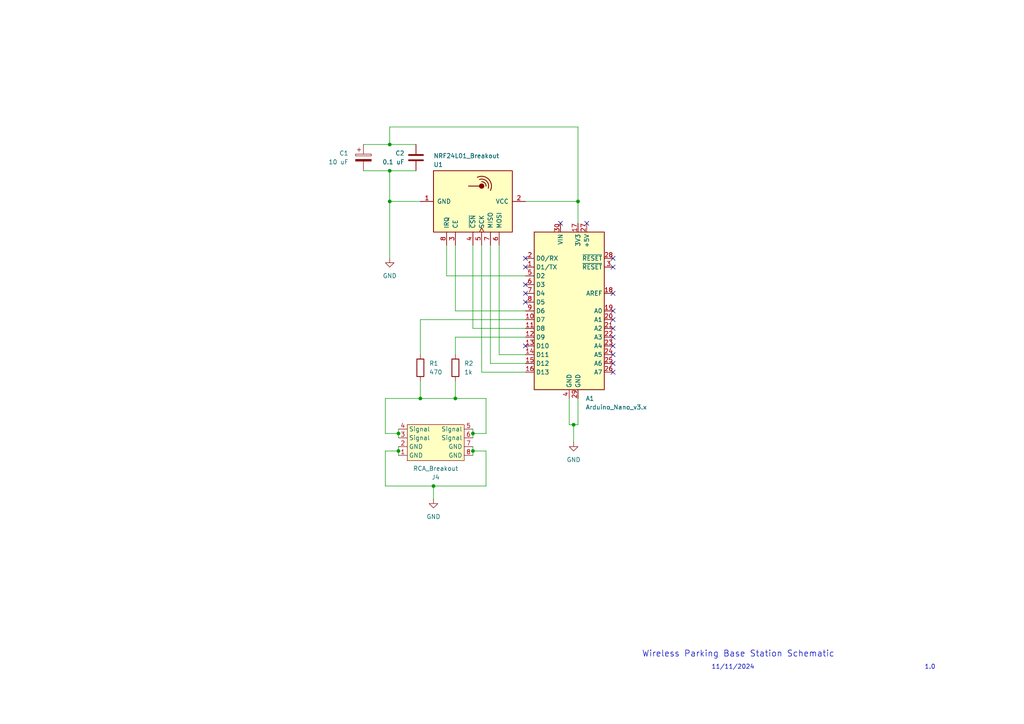
<source format=kicad_sch>
(kicad_sch
	(version 20231120)
	(generator "eeschema")
	(generator_version "8.0")
	(uuid "a4d67c13-aefa-4d9b-9036-542d72a6617f")
	(paper "A4")
	(lib_symbols
		(symbol "Breakout_Boards:RCA__Breakout"
			(exclude_from_sim no)
			(in_bom yes)
			(on_board yes)
			(property "Reference" "J"
				(at -6.858 11.176 0)
				(effects
					(font
						(size 1.27 1.27)
					)
				)
			)
			(property "Value" "RCA_Breakout"
				(at -1.016 8.89 0)
				(effects
					(font
						(size 1.27 1.27)
					)
				)
			)
			(property "Footprint" "Breakout_Boards:RCA_Breakout"
				(at 7.112 6.604 0)
				(effects
					(font
						(size 1.27 1.27)
					)
					(hide yes)
				)
			)
			(property "Datasheet" ""
				(at 2.54 -5.08 0)
				(effects
					(font
						(size 1.27 1.27)
					)
					(hide yes)
				)
			)
			(property "Description" ""
				(at 2.54 -5.08 0)
				(effects
					(font
						(size 1.27 1.27)
					)
					(hide yes)
				)
			)
			(symbol "RCA__Breakout_1_1"
				(rectangle
					(start -7.62 5.334)
					(end 8.89 -5.08)
					(stroke
						(width 0)
						(type default)
					)
					(fill
						(type background)
					)
				)
				(pin power_out line
					(at -10.16 3.81 0)
					(length 2.54)
					(name "GND"
						(effects
							(font
								(size 1.27 1.27)
							)
						)
					)
					(number "1"
						(effects
							(font
								(size 1.27 1.27)
							)
						)
					)
				)
				(pin power_out line
					(at -10.16 1.27 0)
					(length 2.54)
					(name "GND"
						(effects
							(font
								(size 1.27 1.27)
							)
						)
					)
					(number "2"
						(effects
							(font
								(size 1.27 1.27)
							)
						)
					)
				)
				(pin input line
					(at -10.16 -1.27 0)
					(length 2.54)
					(name "Signal"
						(effects
							(font
								(size 1.27 1.27)
							)
						)
					)
					(number "3"
						(effects
							(font
								(size 1.27 1.27)
							)
						)
					)
				)
				(pin input line
					(at -10.16 -3.81 0)
					(length 2.54)
					(name "Signal"
						(effects
							(font
								(size 1.27 1.27)
							)
						)
					)
					(number "4"
						(effects
							(font
								(size 1.27 1.27)
							)
						)
					)
				)
				(pin input line
					(at 11.43 -3.81 180)
					(length 2.54)
					(name "Signal"
						(effects
							(font
								(size 1.27 1.27)
							)
						)
					)
					(number "5"
						(effects
							(font
								(size 1.27 1.27)
							)
						)
					)
				)
				(pin input line
					(at 11.43 -1.27 180)
					(length 2.54)
					(name "Signal"
						(effects
							(font
								(size 1.27 1.27)
							)
						)
					)
					(number "6"
						(effects
							(font
								(size 1.27 1.27)
							)
						)
					)
				)
				(pin power_out line
					(at 11.43 1.27 180)
					(length 2.54)
					(name "GND"
						(effects
							(font
								(size 1.27 1.27)
							)
						)
					)
					(number "7"
						(effects
							(font
								(size 1.27 1.27)
							)
						)
					)
				)
				(pin power_out line
					(at 11.43 3.81 180)
					(length 2.54)
					(name "GND"
						(effects
							(font
								(size 1.27 1.27)
							)
						)
					)
					(number "8"
						(effects
							(font
								(size 1.27 1.27)
							)
						)
					)
				)
			)
		)
		(symbol "Device:C"
			(pin_numbers hide)
			(pin_names
				(offset 0.254)
			)
			(exclude_from_sim no)
			(in_bom yes)
			(on_board yes)
			(property "Reference" "C"
				(at 0.635 2.54 0)
				(effects
					(font
						(size 1.27 1.27)
					)
					(justify left)
				)
			)
			(property "Value" "C"
				(at 0.635 -2.54 0)
				(effects
					(font
						(size 1.27 1.27)
					)
					(justify left)
				)
			)
			(property "Footprint" ""
				(at 0.9652 -3.81 0)
				(effects
					(font
						(size 1.27 1.27)
					)
					(hide yes)
				)
			)
			(property "Datasheet" "~"
				(at 0 0 0)
				(effects
					(font
						(size 1.27 1.27)
					)
					(hide yes)
				)
			)
			(property "Description" "Unpolarized capacitor"
				(at 0 0 0)
				(effects
					(font
						(size 1.27 1.27)
					)
					(hide yes)
				)
			)
			(property "ki_keywords" "cap capacitor"
				(at 0 0 0)
				(effects
					(font
						(size 1.27 1.27)
					)
					(hide yes)
				)
			)
			(property "ki_fp_filters" "C_*"
				(at 0 0 0)
				(effects
					(font
						(size 1.27 1.27)
					)
					(hide yes)
				)
			)
			(symbol "C_0_1"
				(polyline
					(pts
						(xy -2.032 -0.762) (xy 2.032 -0.762)
					)
					(stroke
						(width 0.508)
						(type default)
					)
					(fill
						(type none)
					)
				)
				(polyline
					(pts
						(xy -2.032 0.762) (xy 2.032 0.762)
					)
					(stroke
						(width 0.508)
						(type default)
					)
					(fill
						(type none)
					)
				)
			)
			(symbol "C_1_1"
				(pin passive line
					(at 0 3.81 270)
					(length 2.794)
					(name "~"
						(effects
							(font
								(size 1.27 1.27)
							)
						)
					)
					(number "1"
						(effects
							(font
								(size 1.27 1.27)
							)
						)
					)
				)
				(pin passive line
					(at 0 -3.81 90)
					(length 2.794)
					(name "~"
						(effects
							(font
								(size 1.27 1.27)
							)
						)
					)
					(number "2"
						(effects
							(font
								(size 1.27 1.27)
							)
						)
					)
				)
			)
		)
		(symbol "Device:C_Polarized"
			(pin_numbers hide)
			(pin_names
				(offset 0.254)
			)
			(exclude_from_sim no)
			(in_bom yes)
			(on_board yes)
			(property "Reference" "C"
				(at 0.635 2.54 0)
				(effects
					(font
						(size 1.27 1.27)
					)
					(justify left)
				)
			)
			(property "Value" "C_Polarized"
				(at 0.635 -2.54 0)
				(effects
					(font
						(size 1.27 1.27)
					)
					(justify left)
				)
			)
			(property "Footprint" ""
				(at 0.9652 -3.81 0)
				(effects
					(font
						(size 1.27 1.27)
					)
					(hide yes)
				)
			)
			(property "Datasheet" "~"
				(at 0 0 0)
				(effects
					(font
						(size 1.27 1.27)
					)
					(hide yes)
				)
			)
			(property "Description" "Polarized capacitor"
				(at 0 0 0)
				(effects
					(font
						(size 1.27 1.27)
					)
					(hide yes)
				)
			)
			(property "ki_keywords" "cap capacitor"
				(at 0 0 0)
				(effects
					(font
						(size 1.27 1.27)
					)
					(hide yes)
				)
			)
			(property "ki_fp_filters" "CP_*"
				(at 0 0 0)
				(effects
					(font
						(size 1.27 1.27)
					)
					(hide yes)
				)
			)
			(symbol "C_Polarized_0_1"
				(rectangle
					(start -2.286 0.508)
					(end 2.286 1.016)
					(stroke
						(width 0)
						(type default)
					)
					(fill
						(type none)
					)
				)
				(polyline
					(pts
						(xy -1.778 2.286) (xy -0.762 2.286)
					)
					(stroke
						(width 0)
						(type default)
					)
					(fill
						(type none)
					)
				)
				(polyline
					(pts
						(xy -1.27 2.794) (xy -1.27 1.778)
					)
					(stroke
						(width 0)
						(type default)
					)
					(fill
						(type none)
					)
				)
				(rectangle
					(start 2.286 -0.508)
					(end -2.286 -1.016)
					(stroke
						(width 0)
						(type default)
					)
					(fill
						(type outline)
					)
				)
			)
			(symbol "C_Polarized_1_1"
				(pin passive line
					(at 0 3.81 270)
					(length 2.794)
					(name "~"
						(effects
							(font
								(size 1.27 1.27)
							)
						)
					)
					(number "1"
						(effects
							(font
								(size 1.27 1.27)
							)
						)
					)
				)
				(pin passive line
					(at 0 -3.81 90)
					(length 2.794)
					(name "~"
						(effects
							(font
								(size 1.27 1.27)
							)
						)
					)
					(number "2"
						(effects
							(font
								(size 1.27 1.27)
							)
						)
					)
				)
			)
		)
		(symbol "Device:R"
			(pin_numbers hide)
			(pin_names
				(offset 0)
			)
			(exclude_from_sim no)
			(in_bom yes)
			(on_board yes)
			(property "Reference" "R"
				(at 2.032 0 90)
				(effects
					(font
						(size 1.27 1.27)
					)
				)
			)
			(property "Value" "R"
				(at 0 0 90)
				(effects
					(font
						(size 1.27 1.27)
					)
				)
			)
			(property "Footprint" ""
				(at -1.778 0 90)
				(effects
					(font
						(size 1.27 1.27)
					)
					(hide yes)
				)
			)
			(property "Datasheet" "~"
				(at 0 0 0)
				(effects
					(font
						(size 1.27 1.27)
					)
					(hide yes)
				)
			)
			(property "Description" "Resistor"
				(at 0 0 0)
				(effects
					(font
						(size 1.27 1.27)
					)
					(hide yes)
				)
			)
			(property "ki_keywords" "R res resistor"
				(at 0 0 0)
				(effects
					(font
						(size 1.27 1.27)
					)
					(hide yes)
				)
			)
			(property "ki_fp_filters" "R_*"
				(at 0 0 0)
				(effects
					(font
						(size 1.27 1.27)
					)
					(hide yes)
				)
			)
			(symbol "R_0_1"
				(rectangle
					(start -1.016 -2.54)
					(end 1.016 2.54)
					(stroke
						(width 0.254)
						(type default)
					)
					(fill
						(type none)
					)
				)
			)
			(symbol "R_1_1"
				(pin passive line
					(at 0 3.81 270)
					(length 1.27)
					(name "~"
						(effects
							(font
								(size 1.27 1.27)
							)
						)
					)
					(number "1"
						(effects
							(font
								(size 1.27 1.27)
							)
						)
					)
				)
				(pin passive line
					(at 0 -3.81 90)
					(length 1.27)
					(name "~"
						(effects
							(font
								(size 1.27 1.27)
							)
						)
					)
					(number "2"
						(effects
							(font
								(size 1.27 1.27)
							)
						)
					)
				)
			)
		)
		(symbol "MCU_Module:Arduino_Nano_v3.x"
			(exclude_from_sim no)
			(in_bom yes)
			(on_board yes)
			(property "Reference" "A"
				(at -10.16 23.495 0)
				(effects
					(font
						(size 1.27 1.27)
					)
					(justify left bottom)
				)
			)
			(property "Value" "Arduino_Nano_v3.x"
				(at 5.08 -24.13 0)
				(effects
					(font
						(size 1.27 1.27)
					)
					(justify left top)
				)
			)
			(property "Footprint" "Module:Arduino_Nano"
				(at 0 0 0)
				(effects
					(font
						(size 1.27 1.27)
						(italic yes)
					)
					(hide yes)
				)
			)
			(property "Datasheet" "http://www.mouser.com/pdfdocs/Gravitech_Arduino_Nano3_0.pdf"
				(at 0 0 0)
				(effects
					(font
						(size 1.27 1.27)
					)
					(hide yes)
				)
			)
			(property "Description" "Arduino Nano v3.x"
				(at 0 0 0)
				(effects
					(font
						(size 1.27 1.27)
					)
					(hide yes)
				)
			)
			(property "ki_keywords" "Arduino nano microcontroller module USB"
				(at 0 0 0)
				(effects
					(font
						(size 1.27 1.27)
					)
					(hide yes)
				)
			)
			(property "ki_fp_filters" "Arduino*Nano*"
				(at 0 0 0)
				(effects
					(font
						(size 1.27 1.27)
					)
					(hide yes)
				)
			)
			(symbol "Arduino_Nano_v3.x_0_1"
				(rectangle
					(start -10.16 22.86)
					(end 10.16 -22.86)
					(stroke
						(width 0.254)
						(type default)
					)
					(fill
						(type background)
					)
				)
			)
			(symbol "Arduino_Nano_v3.x_1_1"
				(pin bidirectional line
					(at -12.7 12.7 0)
					(length 2.54)
					(name "D1/TX"
						(effects
							(font
								(size 1.27 1.27)
							)
						)
					)
					(number "1"
						(effects
							(font
								(size 1.27 1.27)
							)
						)
					)
				)
				(pin bidirectional line
					(at -12.7 -2.54 0)
					(length 2.54)
					(name "D7"
						(effects
							(font
								(size 1.27 1.27)
							)
						)
					)
					(number "10"
						(effects
							(font
								(size 1.27 1.27)
							)
						)
					)
				)
				(pin bidirectional line
					(at -12.7 -5.08 0)
					(length 2.54)
					(name "D8"
						(effects
							(font
								(size 1.27 1.27)
							)
						)
					)
					(number "11"
						(effects
							(font
								(size 1.27 1.27)
							)
						)
					)
				)
				(pin bidirectional line
					(at -12.7 -7.62 0)
					(length 2.54)
					(name "D9"
						(effects
							(font
								(size 1.27 1.27)
							)
						)
					)
					(number "12"
						(effects
							(font
								(size 1.27 1.27)
							)
						)
					)
				)
				(pin bidirectional line
					(at -12.7 -10.16 0)
					(length 2.54)
					(name "D10"
						(effects
							(font
								(size 1.27 1.27)
							)
						)
					)
					(number "13"
						(effects
							(font
								(size 1.27 1.27)
							)
						)
					)
				)
				(pin bidirectional line
					(at -12.7 -12.7 0)
					(length 2.54)
					(name "D11"
						(effects
							(font
								(size 1.27 1.27)
							)
						)
					)
					(number "14"
						(effects
							(font
								(size 1.27 1.27)
							)
						)
					)
				)
				(pin bidirectional line
					(at -12.7 -15.24 0)
					(length 2.54)
					(name "D12"
						(effects
							(font
								(size 1.27 1.27)
							)
						)
					)
					(number "15"
						(effects
							(font
								(size 1.27 1.27)
							)
						)
					)
				)
				(pin bidirectional line
					(at -12.7 -17.78 0)
					(length 2.54)
					(name "D13"
						(effects
							(font
								(size 1.27 1.27)
							)
						)
					)
					(number "16"
						(effects
							(font
								(size 1.27 1.27)
							)
						)
					)
				)
				(pin power_out line
					(at 2.54 25.4 270)
					(length 2.54)
					(name "3V3"
						(effects
							(font
								(size 1.27 1.27)
							)
						)
					)
					(number "17"
						(effects
							(font
								(size 1.27 1.27)
							)
						)
					)
				)
				(pin input line
					(at 12.7 5.08 180)
					(length 2.54)
					(name "AREF"
						(effects
							(font
								(size 1.27 1.27)
							)
						)
					)
					(number "18"
						(effects
							(font
								(size 1.27 1.27)
							)
						)
					)
				)
				(pin bidirectional line
					(at 12.7 0 180)
					(length 2.54)
					(name "A0"
						(effects
							(font
								(size 1.27 1.27)
							)
						)
					)
					(number "19"
						(effects
							(font
								(size 1.27 1.27)
							)
						)
					)
				)
				(pin bidirectional line
					(at -12.7 15.24 0)
					(length 2.54)
					(name "D0/RX"
						(effects
							(font
								(size 1.27 1.27)
							)
						)
					)
					(number "2"
						(effects
							(font
								(size 1.27 1.27)
							)
						)
					)
				)
				(pin bidirectional line
					(at 12.7 -2.54 180)
					(length 2.54)
					(name "A1"
						(effects
							(font
								(size 1.27 1.27)
							)
						)
					)
					(number "20"
						(effects
							(font
								(size 1.27 1.27)
							)
						)
					)
				)
				(pin bidirectional line
					(at 12.7 -5.08 180)
					(length 2.54)
					(name "A2"
						(effects
							(font
								(size 1.27 1.27)
							)
						)
					)
					(number "21"
						(effects
							(font
								(size 1.27 1.27)
							)
						)
					)
				)
				(pin bidirectional line
					(at 12.7 -7.62 180)
					(length 2.54)
					(name "A3"
						(effects
							(font
								(size 1.27 1.27)
							)
						)
					)
					(number "22"
						(effects
							(font
								(size 1.27 1.27)
							)
						)
					)
				)
				(pin bidirectional line
					(at 12.7 -10.16 180)
					(length 2.54)
					(name "A4"
						(effects
							(font
								(size 1.27 1.27)
							)
						)
					)
					(number "23"
						(effects
							(font
								(size 1.27 1.27)
							)
						)
					)
				)
				(pin bidirectional line
					(at 12.7 -12.7 180)
					(length 2.54)
					(name "A5"
						(effects
							(font
								(size 1.27 1.27)
							)
						)
					)
					(number "24"
						(effects
							(font
								(size 1.27 1.27)
							)
						)
					)
				)
				(pin bidirectional line
					(at 12.7 -15.24 180)
					(length 2.54)
					(name "A6"
						(effects
							(font
								(size 1.27 1.27)
							)
						)
					)
					(number "25"
						(effects
							(font
								(size 1.27 1.27)
							)
						)
					)
				)
				(pin bidirectional line
					(at 12.7 -17.78 180)
					(length 2.54)
					(name "A7"
						(effects
							(font
								(size 1.27 1.27)
							)
						)
					)
					(number "26"
						(effects
							(font
								(size 1.27 1.27)
							)
						)
					)
				)
				(pin power_out line
					(at 5.08 25.4 270)
					(length 2.54)
					(name "+5V"
						(effects
							(font
								(size 1.27 1.27)
							)
						)
					)
					(number "27"
						(effects
							(font
								(size 1.27 1.27)
							)
						)
					)
				)
				(pin input line
					(at 12.7 15.24 180)
					(length 2.54)
					(name "~{RESET}"
						(effects
							(font
								(size 1.27 1.27)
							)
						)
					)
					(number "28"
						(effects
							(font
								(size 1.27 1.27)
							)
						)
					)
				)
				(pin power_in line
					(at 2.54 -25.4 90)
					(length 2.54)
					(name "GND"
						(effects
							(font
								(size 1.27 1.27)
							)
						)
					)
					(number "29"
						(effects
							(font
								(size 1.27 1.27)
							)
						)
					)
				)
				(pin input line
					(at 12.7 12.7 180)
					(length 2.54)
					(name "~{RESET}"
						(effects
							(font
								(size 1.27 1.27)
							)
						)
					)
					(number "3"
						(effects
							(font
								(size 1.27 1.27)
							)
						)
					)
				)
				(pin power_in line
					(at -2.54 25.4 270)
					(length 2.54)
					(name "VIN"
						(effects
							(font
								(size 1.27 1.27)
							)
						)
					)
					(number "30"
						(effects
							(font
								(size 1.27 1.27)
							)
						)
					)
				)
				(pin power_in line
					(at 0 -25.4 90)
					(length 2.54)
					(name "GND"
						(effects
							(font
								(size 1.27 1.27)
							)
						)
					)
					(number "4"
						(effects
							(font
								(size 1.27 1.27)
							)
						)
					)
				)
				(pin bidirectional line
					(at -12.7 10.16 0)
					(length 2.54)
					(name "D2"
						(effects
							(font
								(size 1.27 1.27)
							)
						)
					)
					(number "5"
						(effects
							(font
								(size 1.27 1.27)
							)
						)
					)
				)
				(pin bidirectional line
					(at -12.7 7.62 0)
					(length 2.54)
					(name "D3"
						(effects
							(font
								(size 1.27 1.27)
							)
						)
					)
					(number "6"
						(effects
							(font
								(size 1.27 1.27)
							)
						)
					)
				)
				(pin bidirectional line
					(at -12.7 5.08 0)
					(length 2.54)
					(name "D4"
						(effects
							(font
								(size 1.27 1.27)
							)
						)
					)
					(number "7"
						(effects
							(font
								(size 1.27 1.27)
							)
						)
					)
				)
				(pin bidirectional line
					(at -12.7 2.54 0)
					(length 2.54)
					(name "D5"
						(effects
							(font
								(size 1.27 1.27)
							)
						)
					)
					(number "8"
						(effects
							(font
								(size 1.27 1.27)
							)
						)
					)
				)
				(pin bidirectional line
					(at -12.7 0 0)
					(length 2.54)
					(name "D6"
						(effects
							(font
								(size 1.27 1.27)
							)
						)
					)
					(number "9"
						(effects
							(font
								(size 1.27 1.27)
							)
						)
					)
				)
			)
		)
		(symbol "RF:NRF24L01_Breakout"
			(pin_names
				(offset 1.016)
			)
			(exclude_from_sim no)
			(in_bom yes)
			(on_board yes)
			(property "Reference" "U"
				(at -8.89 12.7 0)
				(effects
					(font
						(size 1.27 1.27)
					)
					(justify left)
				)
			)
			(property "Value" "NRF24L01_Breakout"
				(at 3.81 12.7 0)
				(effects
					(font
						(size 1.27 1.27)
					)
					(justify left)
				)
			)
			(property "Footprint" "RF_Module:nRF24L01_Breakout"
				(at 3.81 15.24 0)
				(effects
					(font
						(size 1.27 1.27)
						(italic yes)
					)
					(justify left)
					(hide yes)
				)
			)
			(property "Datasheet" "http://www.nordicsemi.com/eng/content/download/2730/34105/file/nRF24L01_Product_Specification_v2_0.pdf"
				(at 0 -2.54 0)
				(effects
					(font
						(size 1.27 1.27)
					)
					(hide yes)
				)
			)
			(property "Description" "Ultra low power 2.4GHz RF Transceiver, Carrier PCB"
				(at 0 0 0)
				(effects
					(font
						(size 1.27 1.27)
					)
					(hide yes)
				)
			)
			(property "ki_keywords" "Low Power RF Transceiver breakout carrier"
				(at 0 0 0)
				(effects
					(font
						(size 1.27 1.27)
					)
					(hide yes)
				)
			)
			(property "ki_fp_filters" "nRF24L01*Breakout*"
				(at 0 0 0)
				(effects
					(font
						(size 1.27 1.27)
					)
					(hide yes)
				)
			)
			(symbol "NRF24L01_Breakout_0_1"
				(rectangle
					(start -8.89 11.43)
					(end 8.89 -11.43)
					(stroke
						(width 0.254)
						(type default)
					)
					(fill
						(type background)
					)
				)
				(polyline
					(pts
						(xy 4.445 1.905) (xy 4.445 -1.27)
					)
					(stroke
						(width 0.254)
						(type default)
					)
					(fill
						(type none)
					)
				)
				(circle
					(center 4.445 2.54)
					(radius 0.635)
					(stroke
						(width 0.254)
						(type default)
					)
					(fill
						(type outline)
					)
				)
				(arc
					(start 5.715 2.54)
					(mid 5.3521 3.4546)
					(end 4.445 3.81)
					(stroke
						(width 0.254)
						(type default)
					)
					(fill
						(type none)
					)
				)
				(arc
					(start 6.35 1.905)
					(mid 5.8763 3.9854)
					(end 3.81 4.445)
					(stroke
						(width 0.254)
						(type default)
					)
					(fill
						(type none)
					)
				)
				(arc
					(start 6.985 1.27)
					(mid 6.453 4.548)
					(end 3.175 5.08)
					(stroke
						(width 0.254)
						(type default)
					)
					(fill
						(type none)
					)
				)
			)
			(symbol "NRF24L01_Breakout_1_1"
				(pin power_in line
					(at 0 -15.24 90)
					(length 3.81)
					(name "GND"
						(effects
							(font
								(size 1.27 1.27)
							)
						)
					)
					(number "1"
						(effects
							(font
								(size 1.27 1.27)
							)
						)
					)
				)
				(pin power_in line
					(at 0 15.24 270)
					(length 3.81)
					(name "VCC"
						(effects
							(font
								(size 1.27 1.27)
							)
						)
					)
					(number "2"
						(effects
							(font
								(size 1.27 1.27)
							)
						)
					)
				)
				(pin input line
					(at -12.7 -5.08 0)
					(length 3.81)
					(name "CE"
						(effects
							(font
								(size 1.27 1.27)
							)
						)
					)
					(number "3"
						(effects
							(font
								(size 1.27 1.27)
							)
						)
					)
				)
				(pin input line
					(at -12.7 0 0)
					(length 3.81)
					(name "~{CSN}"
						(effects
							(font
								(size 1.27 1.27)
							)
						)
					)
					(number "4"
						(effects
							(font
								(size 1.27 1.27)
							)
						)
					)
				)
				(pin input clock
					(at -12.7 2.54 0)
					(length 3.81)
					(name "SCK"
						(effects
							(font
								(size 1.27 1.27)
							)
						)
					)
					(number "5"
						(effects
							(font
								(size 1.27 1.27)
							)
						)
					)
				)
				(pin input line
					(at -12.7 7.62 0)
					(length 3.81)
					(name "MOSI"
						(effects
							(font
								(size 1.27 1.27)
							)
						)
					)
					(number "6"
						(effects
							(font
								(size 1.27 1.27)
							)
						)
					)
				)
				(pin output line
					(at -12.7 5.08 0)
					(length 3.81)
					(name "MISO"
						(effects
							(font
								(size 1.27 1.27)
							)
						)
					)
					(number "7"
						(effects
							(font
								(size 1.27 1.27)
							)
						)
					)
				)
				(pin output line
					(at -12.7 -7.62 0)
					(length 3.81)
					(name "IRQ"
						(effects
							(font
								(size 1.27 1.27)
							)
						)
					)
					(number "8"
						(effects
							(font
								(size 1.27 1.27)
							)
						)
					)
				)
			)
		)
		(symbol "power:GND"
			(power)
			(pin_numbers hide)
			(pin_names
				(offset 0) hide)
			(exclude_from_sim no)
			(in_bom yes)
			(on_board yes)
			(property "Reference" "#PWR"
				(at 0 -6.35 0)
				(effects
					(font
						(size 1.27 1.27)
					)
					(hide yes)
				)
			)
			(property "Value" "GND"
				(at 0 -3.81 0)
				(effects
					(font
						(size 1.27 1.27)
					)
				)
			)
			(property "Footprint" ""
				(at 0 0 0)
				(effects
					(font
						(size 1.27 1.27)
					)
					(hide yes)
				)
			)
			(property "Datasheet" ""
				(at 0 0 0)
				(effects
					(font
						(size 1.27 1.27)
					)
					(hide yes)
				)
			)
			(property "Description" "Power symbol creates a global label with name \"GND\" , ground"
				(at 0 0 0)
				(effects
					(font
						(size 1.27 1.27)
					)
					(hide yes)
				)
			)
			(property "ki_keywords" "global power"
				(at 0 0 0)
				(effects
					(font
						(size 1.27 1.27)
					)
					(hide yes)
				)
			)
			(symbol "GND_0_1"
				(polyline
					(pts
						(xy 0 0) (xy 0 -1.27) (xy 1.27 -1.27) (xy 0 -2.54) (xy -1.27 -1.27) (xy 0 -1.27)
					)
					(stroke
						(width 0)
						(type default)
					)
					(fill
						(type none)
					)
				)
			)
			(symbol "GND_1_1"
				(pin power_in line
					(at 0 0 270)
					(length 0)
					(name "~"
						(effects
							(font
								(size 1.27 1.27)
							)
						)
					)
					(number "1"
						(effects
							(font
								(size 1.27 1.27)
							)
						)
					)
				)
			)
		)
	)
	(junction
		(at 115.57 130.81)
		(diameter 0)
		(color 0 0 0 0)
		(uuid "002bec8e-278c-4a26-a090-3b218d03f93b")
	)
	(junction
		(at 166.37 123.19)
		(diameter 0)
		(color 0 0 0 0)
		(uuid "251217dd-2bea-4cb1-bfc1-5d32e8d4f4ee")
	)
	(junction
		(at 125.73 140.97)
		(diameter 0)
		(color 0 0 0 0)
		(uuid "35da8d1c-7043-425e-a727-b5c21e28cecf")
	)
	(junction
		(at 137.16 125.73)
		(diameter 0)
		(color 0 0 0 0)
		(uuid "58637a48-e0bd-45b1-b93d-8e18946c5972")
	)
	(junction
		(at 113.03 41.91)
		(diameter 0)
		(color 0 0 0 0)
		(uuid "593b8d19-0bd8-4c9d-81c1-974d01ab6c03")
	)
	(junction
		(at 115.57 125.73)
		(diameter 0)
		(color 0 0 0 0)
		(uuid "85c73856-860f-4929-a2ad-287ba20f1df6")
	)
	(junction
		(at 113.03 58.42)
		(diameter 0)
		(color 0 0 0 0)
		(uuid "8981b925-b889-481d-90fe-90a585150f07")
	)
	(junction
		(at 167.64 58.42)
		(diameter 0)
		(color 0 0 0 0)
		(uuid "8a6b31c2-2393-467e-bb44-16e70a87c550")
	)
	(junction
		(at 137.16 130.81)
		(diameter 0)
		(color 0 0 0 0)
		(uuid "a3b65193-8c65-493c-85dd-136dbd387207")
	)
	(junction
		(at 121.92 115.57)
		(diameter 0)
		(color 0 0 0 0)
		(uuid "a552d7ce-6616-4fb3-99ec-64a9a0e34e46")
	)
	(junction
		(at 132.08 115.57)
		(diameter 0)
		(color 0 0 0 0)
		(uuid "bd083330-4170-467c-8b97-a7ab379f041e")
	)
	(junction
		(at 113.03 49.53)
		(diameter 0)
		(color 0 0 0 0)
		(uuid "d872b2c1-1fa9-401b-86c5-b7216e3cad1b")
	)
	(no_connect
		(at 170.18 64.77)
		(uuid "1fb2311a-16fe-4dba-9944-2c6183910b77")
	)
	(no_connect
		(at 177.8 74.93)
		(uuid "28f1e0e6-9a8d-4a32-9f49-7adff7084753")
	)
	(no_connect
		(at 162.56 64.77)
		(uuid "2acf9714-e6fc-4ac9-a5fa-53070e8e270f")
	)
	(no_connect
		(at 152.4 77.47)
		(uuid "328b7aa4-51ea-4abf-bcf8-18af8587e2bb")
	)
	(no_connect
		(at 177.8 90.17)
		(uuid "555956ed-e8ca-464c-a613-2afd9edc6ea5")
	)
	(no_connect
		(at 152.4 74.93)
		(uuid "6b9d2c0a-fdbf-4ef9-8dce-2fdd08fd0f34")
	)
	(no_connect
		(at 177.8 105.41)
		(uuid "73829cf0-c5c3-4cf7-ab76-ee9d42c48808")
	)
	(no_connect
		(at 177.8 100.33)
		(uuid "7863b944-b091-4643-8602-105d736b2e92")
	)
	(no_connect
		(at 152.4 87.63)
		(uuid "8455b57b-f29b-493d-b345-d4356defbd15")
	)
	(no_connect
		(at 177.8 107.95)
		(uuid "856a6944-a843-441c-a584-1a8c314a578e")
	)
	(no_connect
		(at 177.8 97.79)
		(uuid "8a1631d7-f649-4132-93f8-b85226f0372d")
	)
	(no_connect
		(at 177.8 77.47)
		(uuid "9fe5d8aa-9949-4759-a95d-b1d9ba4eeedd")
	)
	(no_connect
		(at 152.4 100.33)
		(uuid "a7bfd3eb-3723-4c5f-ae4a-ca743d743337")
	)
	(no_connect
		(at 177.8 95.25)
		(uuid "b615b5d6-08a6-4690-9392-c0e4cd3f8cfc")
	)
	(no_connect
		(at 152.4 85.09)
		(uuid "c85a7210-a68b-498b-992b-d21903c517c8")
	)
	(no_connect
		(at 177.8 85.09)
		(uuid "c9adf22d-db2e-4291-a99e-8eaf955f5072")
	)
	(no_connect
		(at 177.8 102.87)
		(uuid "ca568e07-675d-4156-9c3b-f841cbad6c13")
	)
	(no_connect
		(at 152.4 82.55)
		(uuid "f7f46e83-8056-41ac-9731-73bc91d79a8a")
	)
	(no_connect
		(at 177.8 92.71)
		(uuid "ff609c48-8db4-44cb-a56f-2055f9be28a7")
	)
	(wire
		(pts
			(xy 167.64 123.19) (xy 167.64 115.57)
		)
		(stroke
			(width 0)
			(type default)
		)
		(uuid "0370c230-62a4-46fd-ac2e-0f4c2a08424c")
	)
	(wire
		(pts
			(xy 113.03 41.91) (xy 120.65 41.91)
		)
		(stroke
			(width 0)
			(type default)
		)
		(uuid "0af7dc92-f352-4d49-a81c-d5b6ed8749be")
	)
	(wire
		(pts
			(xy 167.64 58.42) (xy 167.64 64.77)
		)
		(stroke
			(width 0)
			(type default)
		)
		(uuid "0e5067e1-c0be-4927-a57d-9bcf243897bc")
	)
	(wire
		(pts
			(xy 142.24 105.41) (xy 152.4 105.41)
		)
		(stroke
			(width 0)
			(type default)
		)
		(uuid "2160811e-69fa-4e2d-ac99-fd03ef409d95")
	)
	(wire
		(pts
			(xy 137.16 130.81) (xy 137.16 132.08)
		)
		(stroke
			(width 0)
			(type default)
		)
		(uuid "21a0de57-3064-4b65-aadb-04e8842a3998")
	)
	(wire
		(pts
			(xy 113.03 36.83) (xy 113.03 41.91)
		)
		(stroke
			(width 0)
			(type default)
		)
		(uuid "2781b9cb-0e95-414a-b95f-907bb0999d73")
	)
	(wire
		(pts
			(xy 113.03 36.83) (xy 167.64 36.83)
		)
		(stroke
			(width 0)
			(type default)
		)
		(uuid "2c43e80f-b25d-47df-b06f-f6daa2d3cd47")
	)
	(wire
		(pts
			(xy 137.16 129.54) (xy 137.16 130.81)
		)
		(stroke
			(width 0)
			(type default)
		)
		(uuid "2d0cd8ab-6532-446f-add8-013218ff198b")
	)
	(wire
		(pts
			(xy 137.16 130.81) (xy 140.97 130.81)
		)
		(stroke
			(width 0)
			(type default)
		)
		(uuid "31d36703-a2ee-4181-8c40-154f33e526b2")
	)
	(wire
		(pts
			(xy 166.37 123.19) (xy 166.37 128.27)
		)
		(stroke
			(width 0)
			(type default)
		)
		(uuid "38ba173d-a958-447d-a368-c0b8de08c9e3")
	)
	(wire
		(pts
			(xy 115.57 125.73) (xy 111.76 125.73)
		)
		(stroke
			(width 0)
			(type default)
		)
		(uuid "3b40fb03-ab4f-44c6-9d9b-146d2ce13b84")
	)
	(wire
		(pts
			(xy 140.97 140.97) (xy 125.73 140.97)
		)
		(stroke
			(width 0)
			(type default)
		)
		(uuid "3ff1b027-d366-4602-bace-31056328751e")
	)
	(wire
		(pts
			(xy 144.78 71.12) (xy 144.78 102.87)
		)
		(stroke
			(width 0)
			(type default)
		)
		(uuid "4666c019-775a-473e-8fc2-fdca92007b69")
	)
	(wire
		(pts
			(xy 165.1 115.57) (xy 165.1 123.19)
		)
		(stroke
			(width 0)
			(type default)
		)
		(uuid "46d29332-c954-4dba-81fc-5285dc698c34")
	)
	(wire
		(pts
			(xy 121.92 102.87) (xy 121.92 92.71)
		)
		(stroke
			(width 0)
			(type default)
		)
		(uuid "4ae7bc56-a974-48a6-823d-0410e7b25247")
	)
	(wire
		(pts
			(xy 111.76 125.73) (xy 111.76 115.57)
		)
		(stroke
			(width 0)
			(type default)
		)
		(uuid "57de4a06-02fc-41df-b13c-03561b9be825")
	)
	(wire
		(pts
			(xy 113.03 49.53) (xy 120.65 49.53)
		)
		(stroke
			(width 0)
			(type default)
		)
		(uuid "5b00cb12-ccb8-45bc-8fe3-2e8acf3a23f3")
	)
	(wire
		(pts
			(xy 132.08 110.49) (xy 132.08 115.57)
		)
		(stroke
			(width 0)
			(type default)
		)
		(uuid "5f69cf3e-c0ae-46e4-b392-f5423e5c8862")
	)
	(wire
		(pts
			(xy 105.41 49.53) (xy 113.03 49.53)
		)
		(stroke
			(width 0)
			(type default)
		)
		(uuid "67e894b2-0745-4b86-ab21-d8bb5cb5c534")
	)
	(wire
		(pts
			(xy 139.7 71.12) (xy 139.7 107.95)
		)
		(stroke
			(width 0)
			(type default)
		)
		(uuid "6d52c9c0-fecb-4420-8e96-a43161832b97")
	)
	(wire
		(pts
			(xy 132.08 102.87) (xy 132.08 97.79)
		)
		(stroke
			(width 0)
			(type default)
		)
		(uuid "7401f0bb-96d1-43ce-ba5c-316aebf4eaf9")
	)
	(wire
		(pts
			(xy 111.76 115.57) (xy 121.92 115.57)
		)
		(stroke
			(width 0)
			(type default)
		)
		(uuid "7644e5d9-765c-4e0c-ac5b-823c5b4a1a65")
	)
	(wire
		(pts
			(xy 115.57 130.81) (xy 115.57 132.08)
		)
		(stroke
			(width 0)
			(type default)
		)
		(uuid "81e32ce7-78f0-40d7-9481-4304aa9c6f7a")
	)
	(wire
		(pts
			(xy 121.92 115.57) (xy 132.08 115.57)
		)
		(stroke
			(width 0)
			(type default)
		)
		(uuid "84dffccb-1792-45ee-8062-f7e44b155fd3")
	)
	(wire
		(pts
			(xy 142.24 71.12) (xy 142.24 105.41)
		)
		(stroke
			(width 0)
			(type default)
		)
		(uuid "863e2ddd-454e-47cf-8cf1-9913ea243954")
	)
	(wire
		(pts
			(xy 121.92 92.71) (xy 152.4 92.71)
		)
		(stroke
			(width 0)
			(type default)
		)
		(uuid "8d17332c-ed6a-43d4-8f8f-cc8941dd4a33")
	)
	(wire
		(pts
			(xy 132.08 115.57) (xy 140.97 115.57)
		)
		(stroke
			(width 0)
			(type default)
		)
		(uuid "8f2343a8-2946-4ccc-9925-ca42ff608970")
	)
	(wire
		(pts
			(xy 115.57 124.46) (xy 115.57 125.73)
		)
		(stroke
			(width 0)
			(type default)
		)
		(uuid "908da3ae-c021-4a16-96fc-698ffdee841a")
	)
	(wire
		(pts
			(xy 140.97 125.73) (xy 140.97 115.57)
		)
		(stroke
			(width 0)
			(type default)
		)
		(uuid "9a9f8aec-d0f5-435b-9e61-39bc574ff8a9")
	)
	(wire
		(pts
			(xy 105.41 41.91) (xy 113.03 41.91)
		)
		(stroke
			(width 0)
			(type default)
		)
		(uuid "9d38b77d-9948-4f39-ba0a-3129c12c845a")
	)
	(wire
		(pts
			(xy 152.4 58.42) (xy 167.64 58.42)
		)
		(stroke
			(width 0)
			(type default)
		)
		(uuid "a7b491e7-8bb2-4ad2-8bfc-2784ee2d99ce")
	)
	(wire
		(pts
			(xy 113.03 58.42) (xy 121.92 58.42)
		)
		(stroke
			(width 0)
			(type default)
		)
		(uuid "ac4a4772-ee43-418e-b38e-e32045a6026b")
	)
	(wire
		(pts
			(xy 125.73 140.97) (xy 125.73 144.78)
		)
		(stroke
			(width 0)
			(type default)
		)
		(uuid "ad7f4bd8-633e-423a-bd95-8111d007c97f")
	)
	(wire
		(pts
			(xy 144.78 102.87) (xy 152.4 102.87)
		)
		(stroke
			(width 0)
			(type default)
		)
		(uuid "af2236c8-43e5-4893-b653-ca2a8074a055")
	)
	(wire
		(pts
			(xy 137.16 125.73) (xy 140.97 125.73)
		)
		(stroke
			(width 0)
			(type default)
		)
		(uuid "b14fd9f8-0738-42c9-93b9-4c3b943cc2ec")
	)
	(wire
		(pts
			(xy 166.37 123.19) (xy 167.64 123.19)
		)
		(stroke
			(width 0)
			(type default)
		)
		(uuid "b33a5e99-131d-49a7-952a-81567eb91472")
	)
	(wire
		(pts
			(xy 137.16 95.25) (xy 152.4 95.25)
		)
		(stroke
			(width 0)
			(type default)
		)
		(uuid "b8fb0ff3-9d16-4079-9f5c-3d723aa0a53f")
	)
	(wire
		(pts
			(xy 121.92 110.49) (xy 121.92 115.57)
		)
		(stroke
			(width 0)
			(type default)
		)
		(uuid "c2876435-b438-40e3-9ab5-a3acb0d56af1")
	)
	(wire
		(pts
			(xy 132.08 90.17) (xy 152.4 90.17)
		)
		(stroke
			(width 0)
			(type default)
		)
		(uuid "c38e944d-9e25-41cf-a7a5-f6ec46a1be02")
	)
	(wire
		(pts
			(xy 165.1 123.19) (xy 166.37 123.19)
		)
		(stroke
			(width 0)
			(type default)
		)
		(uuid "c493e746-ae77-4c83-82e6-edfec291a01a")
	)
	(wire
		(pts
			(xy 113.03 49.53) (xy 113.03 58.42)
		)
		(stroke
			(width 0)
			(type default)
		)
		(uuid "c4bba227-fac9-4cb1-8d92-7a513693dcac")
	)
	(wire
		(pts
			(xy 111.76 140.97) (xy 111.76 130.81)
		)
		(stroke
			(width 0)
			(type default)
		)
		(uuid "c90c4f2c-4a64-4c42-ac0e-e59e333d4d6b")
	)
	(wire
		(pts
			(xy 137.16 124.46) (xy 137.16 125.73)
		)
		(stroke
			(width 0)
			(type default)
		)
		(uuid "c9b63480-e28a-473d-ba2b-9448aeb33095")
	)
	(wire
		(pts
			(xy 152.4 80.01) (xy 129.54 80.01)
		)
		(stroke
			(width 0)
			(type default)
		)
		(uuid "ccd60920-ab5f-4e57-85bb-b12b81fd05d0")
	)
	(wire
		(pts
			(xy 129.54 80.01) (xy 129.54 71.12)
		)
		(stroke
			(width 0)
			(type default)
		)
		(uuid "ce3656d5-ca79-4c73-899e-c137d3a4c078")
	)
	(wire
		(pts
			(xy 115.57 125.73) (xy 115.57 127)
		)
		(stroke
			(width 0)
			(type default)
		)
		(uuid "d07620e8-96be-444f-a2b6-77d9ff0cc083")
	)
	(wire
		(pts
			(xy 113.03 58.42) (xy 113.03 74.93)
		)
		(stroke
			(width 0)
			(type default)
		)
		(uuid "d6fb0303-98cf-4796-a343-5c6a545ca665")
	)
	(wire
		(pts
			(xy 111.76 130.81) (xy 115.57 130.81)
		)
		(stroke
			(width 0)
			(type default)
		)
		(uuid "d81f33e9-e39b-4e3c-8164-d1532ab8a838")
	)
	(wire
		(pts
			(xy 137.16 125.73) (xy 137.16 127)
		)
		(stroke
			(width 0)
			(type default)
		)
		(uuid "dbc63f28-3da0-4f22-9614-ca037736174c")
	)
	(wire
		(pts
			(xy 167.64 36.83) (xy 167.64 58.42)
		)
		(stroke
			(width 0)
			(type default)
		)
		(uuid "e1688b73-08f5-452a-9266-1679d84ff564")
	)
	(wire
		(pts
			(xy 132.08 71.12) (xy 132.08 90.17)
		)
		(stroke
			(width 0)
			(type default)
		)
		(uuid "e24c19d8-652d-4916-9f06-b7f66d72ba64")
	)
	(wire
		(pts
			(xy 137.16 71.12) (xy 137.16 95.25)
		)
		(stroke
			(width 0)
			(type default)
		)
		(uuid "e4f89b37-d979-4339-99cf-6e088de09666")
	)
	(wire
		(pts
			(xy 132.08 97.79) (xy 152.4 97.79)
		)
		(stroke
			(width 0)
			(type default)
		)
		(uuid "eb3e6eeb-3bb7-4ef4-a8e4-2e97a46196f1")
	)
	(wire
		(pts
			(xy 115.57 129.54) (xy 115.57 130.81)
		)
		(stroke
			(width 0)
			(type default)
		)
		(uuid "f6b14561-7590-4570-b33e-167e8516df46")
	)
	(wire
		(pts
			(xy 139.7 107.95) (xy 152.4 107.95)
		)
		(stroke
			(width 0)
			(type default)
		)
		(uuid "f7c79b86-96b1-4e0d-bc3a-fe9e230394af")
	)
	(wire
		(pts
			(xy 111.76 140.97) (xy 125.73 140.97)
		)
		(stroke
			(width 0)
			(type default)
		)
		(uuid "fa0dba07-c6f3-4aaa-a7ad-d697f244f73c")
	)
	(wire
		(pts
			(xy 140.97 130.81) (xy 140.97 140.97)
		)
		(stroke
			(width 0)
			(type default)
		)
		(uuid "fbbe7985-7f08-4b35-a271-79441e4fa9ea")
	)
	(text "Wireless Parking Base Station Schematic"
		(exclude_from_sim no)
		(at 214.122 189.738 0)
		(effects
			(font
				(size 1.778 1.778)
			)
		)
		(uuid "454da36a-ae68-47a8-9279-06825bef2e73")
	)
	(text "11/11/2024"
		(exclude_from_sim no)
		(at 212.598 193.548 0)
		(effects
			(font
				(size 1.27 1.27)
			)
		)
		(uuid "6a554f67-7d84-4409-aec9-a1ccbddf09c1")
	)
	(text "1.0"
		(exclude_from_sim no)
		(at 269.748 193.548 0)
		(effects
			(font
				(size 1.27 1.27)
			)
		)
		(uuid "ed9aa9f9-5597-4200-b8d4-d215c5ee3025")
	)
	(symbol
		(lib_id "Device:C")
		(at 120.65 45.72 0)
		(unit 1)
		(exclude_from_sim no)
		(in_bom yes)
		(on_board yes)
		(dnp no)
		(uuid "2be132d1-14a9-4edd-9e73-879e85cc7db5")
		(property "Reference" "C2"
			(at 117.348 44.45 0)
			(effects
				(font
					(size 1.27 1.27)
				)
				(justify right)
			)
		)
		(property "Value" "0.1 uF"
			(at 117.348 46.99 0)
			(effects
				(font
					(size 1.27 1.27)
				)
				(justify right)
			)
		)
		(property "Footprint" "Capacitor_THT:C_Disc_D5.1mm_W3.2mm_P5.00mm"
			(at 121.6152 49.53 0)
			(effects
				(font
					(size 1.27 1.27)
				)
				(hide yes)
			)
		)
		(property "Datasheet" "~"
			(at 120.65 45.72 0)
			(effects
				(font
					(size 1.27 1.27)
				)
				(hide yes)
			)
		)
		(property "Description" "Unpolarized capacitor"
			(at 120.65 45.72 0)
			(effects
				(font
					(size 1.27 1.27)
				)
				(hide yes)
			)
		)
		(pin "2"
			(uuid "33dac8fb-09b5-442d-9a6c-c20e942cc23d")
		)
		(pin "1"
			(uuid "6cede736-77e3-45e6-9c47-bc46f6a22b16")
		)
		(instances
			(project "base_station"
				(path "/a4d67c13-aefa-4d9b-9036-542d72a6617f"
					(reference "C2")
					(unit 1)
				)
			)
		)
	)
	(symbol
		(lib_id "power:GND")
		(at 125.73 144.78 0)
		(unit 1)
		(exclude_from_sim no)
		(in_bom yes)
		(on_board yes)
		(dnp no)
		(fields_autoplaced yes)
		(uuid "402126a4-05a1-47ef-b2b6-4dd544ddc318")
		(property "Reference" "#PWR03"
			(at 125.73 151.13 0)
			(effects
				(font
					(size 1.27 1.27)
				)
				(hide yes)
			)
		)
		(property "Value" "GND"
			(at 125.73 149.86 0)
			(effects
				(font
					(size 1.27 1.27)
				)
			)
		)
		(property "Footprint" ""
			(at 125.73 144.78 0)
			(effects
				(font
					(size 1.27 1.27)
				)
				(hide yes)
			)
		)
		(property "Datasheet" ""
			(at 125.73 144.78 0)
			(effects
				(font
					(size 1.27 1.27)
				)
				(hide yes)
			)
		)
		(property "Description" "Power symbol creates a global label with name \"GND\" , ground"
			(at 125.73 144.78 0)
			(effects
				(font
					(size 1.27 1.27)
				)
				(hide yes)
			)
		)
		(pin "1"
			(uuid "e27cc226-699e-45ab-b11f-ecce1049c143")
		)
		(instances
			(project "base_station"
				(path "/a4d67c13-aefa-4d9b-9036-542d72a6617f"
					(reference "#PWR03")
					(unit 1)
				)
			)
		)
	)
	(symbol
		(lib_id "Breakout_Boards:RCA__Breakout")
		(at 125.73 128.27 0)
		(mirror x)
		(unit 1)
		(exclude_from_sim no)
		(in_bom yes)
		(on_board yes)
		(dnp no)
		(uuid "4aa07b74-a8d4-4fcc-a13e-5a76ba31848b")
		(property "Reference" "J4"
			(at 126.365 138.43 0)
			(effects
				(font
					(size 1.27 1.27)
				)
			)
		)
		(property "Value" "RCA_Breakout"
			(at 126.365 135.89 0)
			(effects
				(font
					(size 1.27 1.27)
				)
			)
		)
		(property "Footprint" "Breakout_Boards:RCA_Breakout"
			(at 132.842 134.874 0)
			(effects
				(font
					(size 1.27 1.27)
				)
				(hide yes)
			)
		)
		(property "Datasheet" ""
			(at 128.27 123.19 0)
			(effects
				(font
					(size 1.27 1.27)
				)
				(hide yes)
			)
		)
		(property "Description" ""
			(at 128.27 123.19 0)
			(effects
				(font
					(size 1.27 1.27)
				)
				(hide yes)
			)
		)
		(pin "2"
			(uuid "ec24abac-6aa4-4b9d-8b82-4f5bb6f5694b")
		)
		(pin "1"
			(uuid "7499364d-56f6-485e-ab2c-cae542c9027f")
		)
		(pin "5"
			(uuid "0646fb5a-3495-49bf-8360-9d03152e9b59")
		)
		(pin "4"
			(uuid "2eb597d6-508f-42e6-8a88-4a7c1fe34dda")
		)
		(pin "8"
			(uuid "095c6c15-d631-4044-9042-144ad8b38f6b")
		)
		(pin "6"
			(uuid "2f743406-dce8-43be-8b2f-23219c73667f")
		)
		(pin "7"
			(uuid "d56eb801-a0b9-45e4-a9d8-af629e4abdc4")
		)
		(pin "3"
			(uuid "8eac0a36-b524-4d61-ba34-b032793e63c6")
		)
		(instances
			(project ""
				(path "/a4d67c13-aefa-4d9b-9036-542d72a6617f"
					(reference "J4")
					(unit 1)
				)
			)
		)
	)
	(symbol
		(lib_id "Device:C_Polarized")
		(at 105.41 45.72 0)
		(unit 1)
		(exclude_from_sim no)
		(in_bom yes)
		(on_board yes)
		(dnp no)
		(uuid "7c36ee6a-87f3-43bc-b518-4eee83bcaf46")
		(property "Reference" "C1"
			(at 101.092 44.45 0)
			(effects
				(font
					(size 1.27 1.27)
				)
				(justify right)
			)
		)
		(property "Value" "10 uF"
			(at 101.092 46.99 0)
			(effects
				(font
					(size 1.27 1.27)
				)
				(justify right)
			)
		)
		(property "Footprint" "Capacitor_THT:CP_Radial_D5.0mm_P2.50mm"
			(at 106.3752 49.53 0)
			(effects
				(font
					(size 1.27 1.27)
				)
				(hide yes)
			)
		)
		(property "Datasheet" "~"
			(at 105.41 45.72 0)
			(effects
				(font
					(size 1.27 1.27)
				)
				(hide yes)
			)
		)
		(property "Description" "Polarized capacitor"
			(at 105.41 45.72 0)
			(effects
				(font
					(size 1.27 1.27)
				)
				(hide yes)
			)
		)
		(pin "1"
			(uuid "adb5d6e0-ad53-40b9-8d44-4f6eb5668306")
		)
		(pin "2"
			(uuid "7531477f-9fc3-45c7-89eb-c7a6e8ad956c")
		)
		(instances
			(project "base_station"
				(path "/a4d67c13-aefa-4d9b-9036-542d72a6617f"
					(reference "C1")
					(unit 1)
				)
			)
		)
	)
	(symbol
		(lib_id "Device:R")
		(at 121.92 106.68 0)
		(unit 1)
		(exclude_from_sim no)
		(in_bom yes)
		(on_board yes)
		(dnp no)
		(fields_autoplaced yes)
		(uuid "82158e0d-53f2-408f-8793-4bd525926578")
		(property "Reference" "R1"
			(at 124.46 105.4099 0)
			(effects
				(font
					(size 1.27 1.27)
				)
				(justify left)
			)
		)
		(property "Value" "470"
			(at 124.46 107.9499 0)
			(effects
				(font
					(size 1.27 1.27)
				)
				(justify left)
			)
		)
		(property "Footprint" "Resistor_THT:R_Axial_DIN0207_L6.3mm_D2.5mm_P7.62mm_Horizontal"
			(at 120.142 106.68 90)
			(effects
				(font
					(size 1.27 1.27)
				)
				(hide yes)
			)
		)
		(property "Datasheet" "~"
			(at 121.92 106.68 0)
			(effects
				(font
					(size 1.27 1.27)
				)
				(hide yes)
			)
		)
		(property "Description" "Resistor"
			(at 121.92 106.68 0)
			(effects
				(font
					(size 1.27 1.27)
				)
				(hide yes)
			)
		)
		(pin "1"
			(uuid "61bf5315-9455-4fe1-b691-0bf4a0357d41")
		)
		(pin "2"
			(uuid "e85390d2-9159-457a-ac1a-ae8352e09b49")
		)
		(instances
			(project ""
				(path "/a4d67c13-aefa-4d9b-9036-542d72a6617f"
					(reference "R1")
					(unit 1)
				)
			)
		)
	)
	(symbol
		(lib_id "power:GND")
		(at 113.03 74.93 0)
		(unit 1)
		(exclude_from_sim no)
		(in_bom yes)
		(on_board yes)
		(dnp no)
		(fields_autoplaced yes)
		(uuid "c7cfd1d4-e504-42ce-8d23-e573efa6ad04")
		(property "Reference" "#PWR01"
			(at 113.03 81.28 0)
			(effects
				(font
					(size 1.27 1.27)
				)
				(hide yes)
			)
		)
		(property "Value" "GND"
			(at 113.03 80.01 0)
			(effects
				(font
					(size 1.27 1.27)
				)
			)
		)
		(property "Footprint" ""
			(at 113.03 74.93 0)
			(effects
				(font
					(size 1.27 1.27)
				)
				(hide yes)
			)
		)
		(property "Datasheet" ""
			(at 113.03 74.93 0)
			(effects
				(font
					(size 1.27 1.27)
				)
				(hide yes)
			)
		)
		(property "Description" "Power symbol creates a global label with name \"GND\" , ground"
			(at 113.03 74.93 0)
			(effects
				(font
					(size 1.27 1.27)
				)
				(hide yes)
			)
		)
		(pin "1"
			(uuid "180bd231-d0d1-428c-9ed8-e56d1e8ba136")
		)
		(instances
			(project ""
				(path "/a4d67c13-aefa-4d9b-9036-542d72a6617f"
					(reference "#PWR01")
					(unit 1)
				)
			)
		)
	)
	(symbol
		(lib_id "MCU_Module:Arduino_Nano_v3.x")
		(at 165.1 90.17 0)
		(unit 1)
		(exclude_from_sim no)
		(in_bom yes)
		(on_board yes)
		(dnp no)
		(fields_autoplaced yes)
		(uuid "cec3ae60-4dae-48f8-8876-6e3688955dce")
		(property "Reference" "A1"
			(at 169.8341 115.57 0)
			(effects
				(font
					(size 1.27 1.27)
				)
				(justify left)
			)
		)
		(property "Value" "Arduino_Nano_v3.x"
			(at 169.8341 118.11 0)
			(effects
				(font
					(size 1.27 1.27)
				)
				(justify left)
			)
		)
		(property "Footprint" "Module:Arduino_Nano"
			(at 165.1 90.17 0)
			(effects
				(font
					(size 1.27 1.27)
					(italic yes)
				)
				(hide yes)
			)
		)
		(property "Datasheet" "http://www.mouser.com/pdfdocs/Gravitech_Arduino_Nano3_0.pdf"
			(at 165.1 90.17 0)
			(effects
				(font
					(size 1.27 1.27)
				)
				(hide yes)
			)
		)
		(property "Description" "Arduino Nano v3.x"
			(at 165.1 90.17 0)
			(effects
				(font
					(size 1.27 1.27)
				)
				(hide yes)
			)
		)
		(pin "21"
			(uuid "b2f21a2b-152b-482c-91c7-87468e73d1bf")
		)
		(pin "22"
			(uuid "94fc66f6-13a2-478d-ad15-bff7eefd1ec0")
		)
		(pin "8"
			(uuid "9f9b3d6f-c7dc-4945-b636-26de1a08287b")
		)
		(pin "13"
			(uuid "3c70aef7-4567-461a-abd2-e0e24b73dca4")
		)
		(pin "17"
			(uuid "69053101-9903-4677-a9fa-dd9c4224ff56")
		)
		(pin "25"
			(uuid "4e587a58-c5bd-47e4-8f2d-63044c337055")
		)
		(pin "2"
			(uuid "0ac31823-a4b5-4614-a83c-9a77be9de583")
		)
		(pin "4"
			(uuid "c703bf57-01fa-4edd-9afc-0de9e9327009")
		)
		(pin "16"
			(uuid "017cb536-cf04-4bf7-a2c5-9189a1b52a26")
		)
		(pin "15"
			(uuid "c2fc8912-3f87-47ab-ac92-ba454eb148f8")
		)
		(pin "7"
			(uuid "0ba96c90-b69d-4199-87a3-8dbe1554276b")
		)
		(pin "20"
			(uuid "8f4253d4-48f2-4ce2-bc87-6b28a5b8cdf5")
		)
		(pin "26"
			(uuid "3081b488-731d-4c7f-a73d-bd21fc785243")
		)
		(pin "11"
			(uuid "6496cdf5-c277-4f5b-95db-1a54aabea477")
		)
		(pin "1"
			(uuid "ae7afbc9-cd05-4713-aba3-724dd0682fa2")
		)
		(pin "12"
			(uuid "19e09047-35be-4654-9e49-64ce7f462c6f")
		)
		(pin "30"
			(uuid "782ddbf6-54e2-4318-97f5-e904f773ed76")
		)
		(pin "24"
			(uuid "c445d835-0f83-48fb-8bbe-b37dbb50c91e")
		)
		(pin "6"
			(uuid "9cad7664-e2fe-4b8d-a6cc-61c701170cc5")
		)
		(pin "23"
			(uuid "8ea83175-2cca-4be8-8ca1-3b36734118d7")
		)
		(pin "27"
			(uuid "56f9e4e3-6465-4794-abc6-59556f9111b9")
		)
		(pin "14"
			(uuid "c1719d8e-3ad1-4c37-b171-bdd0d7d6b8b8")
		)
		(pin "3"
			(uuid "8efcea11-bcd2-4b40-ad4e-6bd6ea8c5754")
		)
		(pin "5"
			(uuid "871a9238-c5ea-4d75-a6e8-64d7904c9d69")
		)
		(pin "9"
			(uuid "105b2bc0-4543-4896-bce7-fdd03b4095ed")
		)
		(pin "19"
			(uuid "2aac59bc-a32e-4db0-adee-0ba9f4586474")
		)
		(pin "28"
			(uuid "777fe416-24a3-4d5e-a3a7-16a7992594a5")
		)
		(pin "18"
			(uuid "f9a2d3ce-7c8b-4ef5-9c76-2c409e523e4b")
		)
		(pin "10"
			(uuid "0c2748e1-9076-4849-8fae-5f2fcb11671b")
		)
		(pin "29"
			(uuid "b959937f-522a-4ef1-86e9-95684def3c5a")
		)
		(instances
			(project ""
				(path "/a4d67c13-aefa-4d9b-9036-542d72a6617f"
					(reference "A1")
					(unit 1)
				)
			)
		)
	)
	(symbol
		(lib_id "power:GND")
		(at 166.37 128.27 0)
		(unit 1)
		(exclude_from_sim no)
		(in_bom yes)
		(on_board yes)
		(dnp no)
		(fields_autoplaced yes)
		(uuid "d0d83c9e-b199-4431-a555-e3557395201e")
		(property "Reference" "#PWR02"
			(at 166.37 134.62 0)
			(effects
				(font
					(size 1.27 1.27)
				)
				(hide yes)
			)
		)
		(property "Value" "GND"
			(at 166.37 133.35 0)
			(effects
				(font
					(size 1.27 1.27)
				)
			)
		)
		(property "Footprint" ""
			(at 166.37 128.27 0)
			(effects
				(font
					(size 1.27 1.27)
				)
				(hide yes)
			)
		)
		(property "Datasheet" ""
			(at 166.37 128.27 0)
			(effects
				(font
					(size 1.27 1.27)
				)
				(hide yes)
			)
		)
		(property "Description" "Power symbol creates a global label with name \"GND\" , ground"
			(at 166.37 128.27 0)
			(effects
				(font
					(size 1.27 1.27)
				)
				(hide yes)
			)
		)
		(pin "1"
			(uuid "ef70cc25-8732-4d6b-8879-12570eec3189")
		)
		(instances
			(project ""
				(path "/a4d67c13-aefa-4d9b-9036-542d72a6617f"
					(reference "#PWR02")
					(unit 1)
				)
			)
		)
	)
	(symbol
		(lib_id "RF:NRF24L01_Breakout")
		(at 137.16 58.42 270)
		(mirror x)
		(unit 1)
		(exclude_from_sim no)
		(in_bom yes)
		(on_board yes)
		(dnp no)
		(uuid "e0a6278f-b5b1-468b-b569-0d05457b986d")
		(property "Reference" "U1"
			(at 125.73 47.752 90)
			(effects
				(font
					(size 1.27 1.27)
				)
				(justify left)
			)
		)
		(property "Value" "NRF24L01_Breakout"
			(at 125.73 45.212 90)
			(effects
				(font
					(size 1.27 1.27)
				)
				(justify left)
			)
		)
		(property "Footprint" "RF_Module:nRF24L01_Breakout"
			(at 152.4 54.61 0)
			(effects
				(font
					(size 1.27 1.27)
					(italic yes)
				)
				(justify left)
				(hide yes)
			)
		)
		(property "Datasheet" "http://www.nordicsemi.com/eng/content/download/2730/34105/file/nRF24L01_Product_Specification_v2_0.pdf"
			(at 134.62 58.42 0)
			(effects
				(font
					(size 1.27 1.27)
				)
				(hide yes)
			)
		)
		(property "Description" "Ultra low power 2.4GHz RF Transceiver, Carrier PCB"
			(at 137.16 58.42 0)
			(effects
				(font
					(size 1.27 1.27)
				)
				(hide yes)
			)
		)
		(pin "1"
			(uuid "3eff16bc-ed6c-400c-8ecf-350c0e49abc1")
		)
		(pin "3"
			(uuid "7c3e6551-1307-4572-bec4-b2db3c5781c4")
		)
		(pin "6"
			(uuid "d3fc6c0b-d142-4124-856b-38d745c3a517")
		)
		(pin "8"
			(uuid "98a892cd-aa27-40e7-865f-20c992042ff9")
		)
		(pin "7"
			(uuid "9307f797-a0f2-4a37-8f82-73e88f04686f")
		)
		(pin "2"
			(uuid "0ac82c2f-e427-4626-9a33-81d7429a1ae7")
		)
		(pin "4"
			(uuid "1070e383-4f08-41ea-9bb4-e1e5fa24ff2e")
		)
		(pin "5"
			(uuid "42e72841-b92a-48f6-a5a4-75fec5ef14f8")
		)
		(instances
			(project ""
				(path "/a4d67c13-aefa-4d9b-9036-542d72a6617f"
					(reference "U1")
					(unit 1)
				)
			)
		)
	)
	(symbol
		(lib_id "Device:R")
		(at 132.08 106.68 0)
		(unit 1)
		(exclude_from_sim no)
		(in_bom yes)
		(on_board yes)
		(dnp no)
		(fields_autoplaced yes)
		(uuid "eb71fe47-1cf1-4fd3-80ec-d04f00671962")
		(property "Reference" "R2"
			(at 134.62 105.4099 0)
			(effects
				(font
					(size 1.27 1.27)
				)
				(justify left)
			)
		)
		(property "Value" "1k"
			(at 134.62 107.9499 0)
			(effects
				(font
					(size 1.27 1.27)
				)
				(justify left)
			)
		)
		(property "Footprint" "Resistor_THT:R_Axial_DIN0207_L6.3mm_D2.5mm_P7.62mm_Horizontal"
			(at 130.302 106.68 90)
			(effects
				(font
					(size 1.27 1.27)
				)
				(hide yes)
			)
		)
		(property "Datasheet" "~"
			(at 132.08 106.68 0)
			(effects
				(font
					(size 1.27 1.27)
				)
				(hide yes)
			)
		)
		(property "Description" "Resistor"
			(at 132.08 106.68 0)
			(effects
				(font
					(size 1.27 1.27)
				)
				(hide yes)
			)
		)
		(pin "2"
			(uuid "fa9acd60-7e70-4dc1-91fc-3084243dd5d3")
		)
		(pin "1"
			(uuid "9b781aed-8a87-4629-848e-4f189eaece74")
		)
		(instances
			(project ""
				(path "/a4d67c13-aefa-4d9b-9036-542d72a6617f"
					(reference "R2")
					(unit 1)
				)
			)
		)
	)
	(sheet_instances
		(path "/"
			(page "1")
		)
	)
)

</source>
